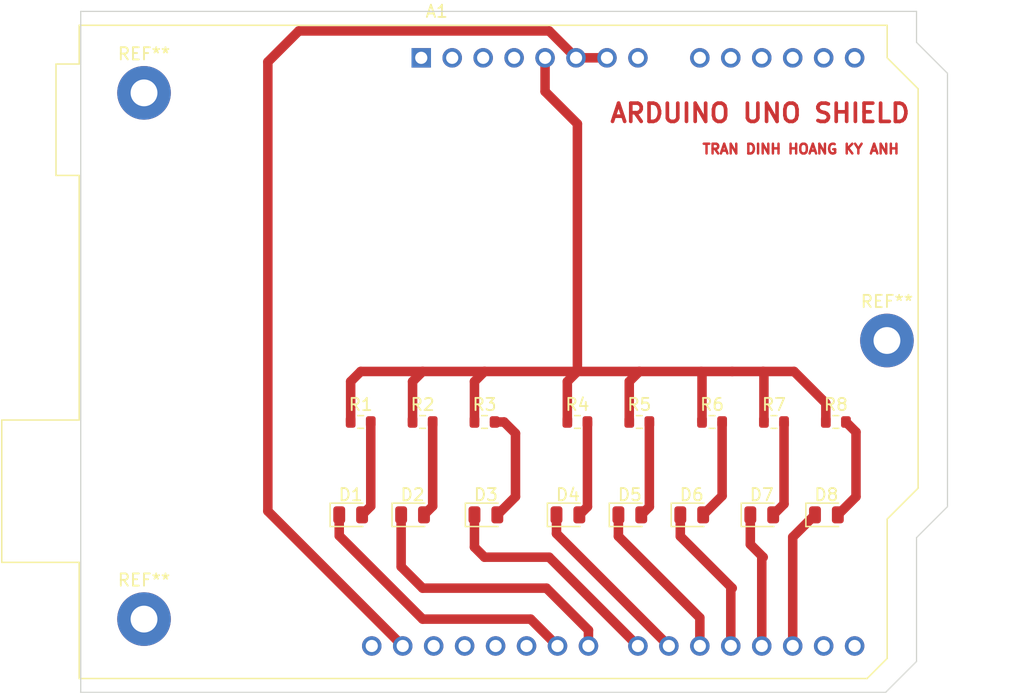
<source format=kicad_pcb>
(kicad_pcb (version 20221018) (generator pcbnew)
  (layers (0 "F.Cu" signal) (31 "B.Cu" signal) (34 "B.Paste" user) (35 "F.Paste" user) (36 "B.SilkS" user "B.Silkscreen") (37 "F.SilkS" user "F.Silkscreen") (38 "B.Mask" user) (39 "F.Mask" user) (44 "Edge.Cuts" user))
  (net 0 "")
  (net 5 "Net-(A1-+5V)")
  (net 6 "GND")
  (net 16 "Net-(A1-D2)")
  (net 17 "Net-(A1-D3)")
  (net 18 "Net-(A1-D4)")
  (net 19 "Net-(A1-D5)")
  (net 20 "Net-(A1-D6)")
  (net 21 "Net-(A1-D7)")
  (net 22 "Net-(A1-D8)")
  (net 23 "Net-(A1-D9)")
  (net 29 "Net-(D1-A)")
  (net 30 "Net-(D2-A)")
  (net 31 "Net-(D3-A)")
  (net 32 "Net-(D4-A)")
  (net 33 "Net-(D5-A)")
  (net 34 "Net-(D6-A)")
  (net 35 "Net-(D7-A)")
  (net 36 "Net-(D8-A)")
  (footprint "Resistor_SMD:R_0603_1608Metric" (layer "F.Cu") (at 172.8325 84.49)
    (fp_text reference "R5" (at 0 -1.43) (layer "F.SilkS"))
    (fp_text value "247")
    (fp_line (start -0.237258 -0.5225) (end 0.237258 -0.5225) (stroke (width 0.12)) (layer "F.SilkS"))
    (fp_line (start -0.237258 0.5225) (end 0.237258 0.5225) (stroke (width 0.12)) (layer "F.SilkS"))
    (pad "1" smd roundrect (at -0.825 0) (size 0.8 0.95) (layers "F.Cu" "F.Paste" "F.Mask") (net 5 "Net-(A1-+5V)"))
    (pad "2" smd roundrect (at 0.825 0) (size 0.8 0.95) (layers "F.Cu" "F.Paste" "F.Mask") (net 33 "Net-(D5-A)"))
  )
  (footprint "LED_SMD:LED_0805_2012Metric" (layer "F.Cu") (at 177.135 92.11)
    (fp_text reference "D6" (at 0 -1.65) (layer "F.SilkS"))
    (fp_text value "LED")
    (fp_line (start -1.685 -0.96) (end -1.685 0.96) (stroke (width 0.12)) (layer "F.SilkS"))
    (fp_line (start -1.685 0.96) (end 1 0.96) (stroke (width 0.12)) (layer "F.SilkS"))
    (fp_line (start 1 -0.96) (end -1.685 -0.96) (stroke (width 0.12)) (layer "F.SilkS"))
    (pad "1" smd roundrect (at -0.9375 0) (size 0.975 1.4) (layers "F.Cu" "F.Paste" "F.Mask") (net 18 "Net-(A1-D4)"))
    (pad "2" smd roundrect (at 0.9375 0) (size 0.975 1.4) (layers "F.Cu" "F.Paste" "F.Mask") (net 34 "Net-(D6-A)"))
  )
  (footprint "LED_SMD:LED_0805_2012Metric" (layer "F.Cu") (at 166.975 92.11)
    (fp_text reference "D4" (at 0 -1.65) (layer "F.SilkS"))
    (fp_text value "LED")
    (fp_line (start -1.685 -0.96) (end -1.685 0.96) (stroke (width 0.12)) (layer "F.SilkS"))
    (fp_line (start -1.685 0.96) (end 1 0.96) (stroke (width 0.12)) (layer "F.SilkS"))
    (fp_line (start 1 -0.96) (end -1.685 -0.96) (stroke (width 0.12)) (layer "F.SilkS"))
    (pad "1" smd roundrect (at -0.9375 0) (size 0.975 1.4) (layers "F.Cu" "F.Paste" "F.Mask") (net 20 "Net-(A1-D6)"))
    (pad "2" smd roundrect (at 0.9375 0) (size 0.975 1.4) (layers "F.Cu" "F.Paste" "F.Mask") (net 32 "Net-(D4-A)"))
  )
  (footprint "MountingHole:MountingHole_2.2mm_M2_Pad" (layer "F.Cu") (at 193.1525 77.805)
    (fp_text reference "REF**" (at 0 -3.2) (layer "F.SilkS"))
    (fp_text value "MountingHole_2.2mm_M2_Pad")
    (pad "1" thru_hole circle (at 0 0) (size 4.4 4.4) (drill 2.2) (layers "*.Cu" "*.Mask"))
  )
  (footprint "LED_SMD:LED_0805_2012Metric" (layer "F.Cu") (at 149.1475 92.11)
    (fp_text reference "D1" (at 0 -1.65) (layer "F.SilkS"))
    (fp_text value "LED")
    (fp_line (start -1.685 -0.96) (end -1.685 0.96) (stroke (width 0.12)) (layer "F.SilkS"))
    (fp_line (start -1.685 0.96) (end 1 0.96) (stroke (width 0.12)) (layer "F.SilkS"))
    (fp_line (start 1 -0.96) (end -1.685 -0.96) (stroke (width 0.12)) (layer "F.SilkS"))
    (pad "1" smd roundrect (at -0.9375 0) (size 0.975 1.4) (layers "F.Cu" "F.Paste" "F.Mask") (net 23 "Net-(A1-D9)"))
    (pad "2" smd roundrect (at 0.9375 0) (size 0.975 1.4) (layers "F.Cu" "F.Paste" "F.Mask") (net 29 "Net-(D1-A)"))
  )
  (footprint "Resistor_SMD:R_0603_1608Metric" (layer "F.Cu") (at 183.8825 84.49)
    (fp_text reference "R7" (at 0 -1.43) (layer "F.SilkS"))
    (fp_text value "247")
    (fp_line (start -0.237258 -0.5225) (end 0.237258 -0.5225) (stroke (width 0.12)) (layer "F.SilkS"))
    (fp_line (start -0.237258 0.5225) (end 0.237258 0.5225) (stroke (width 0.12)) (layer "F.SilkS"))
    (pad "1" smd roundrect (at -0.825 0) (size 0.8 0.95) (layers "F.Cu" "F.Paste" "F.Mask") (net 5 "Net-(A1-+5V)"))
    (pad "2" smd roundrect (at 0.825 0) (size 0.8 0.95) (layers "F.Cu" "F.Paste" "F.Mask") (net 35 "Net-(D7-A)"))
  )
  (footprint "Module:Arduino_UNO_R2" (layer "F.Cu") (at 154.94 54.61)
    (fp_text reference "A1" (at 1.27 -3.81 180) (layer "F.SilkS"))
    (fp_text value "Arduino_UNO_R2")
    (fp_line (start -34.42 29.72) (end -34.42 41.4) (stroke (width 0.12)) (layer "F.SilkS"))
    (fp_line (start -34.42 41.4) (end -28.07 41.4) (stroke (width 0.12)) (layer "F.SilkS"))
    (fp_line (start -29.97 0.51) (end -29.97 9.65) (stroke (width 0.12)) (layer "F.SilkS"))
    (fp_line (start -29.97 9.65) (end -28.07 9.65) (stroke (width 0.12)) (layer "F.SilkS"))
    (fp_line (start -28.07 -2.67) (end -28.07 0.51) (stroke (width 0.12)) (layer "F.SilkS"))
    (fp_line (start -28.07 0.51) (end -29.97 0.51) (stroke (width 0.12)) (layer "F.SilkS"))
    (fp_line (start -28.07 9.65) (end -28.07 29.72) (stroke (width 0.12)) (layer "F.SilkS"))
    (fp_line (start -28.07 29.72) (end -34.42 29.72) (stroke (width 0.12)) (layer "F.SilkS"))
    (fp_line (start -28.07 41.4) (end -28.07 50.93) (stroke (width 0.12)) (layer "F.SilkS"))
    (fp_line (start -28.07 50.93) (end 36.58 50.93) (stroke (width 0.12)) (layer "F.SilkS"))
    (fp_line (start 36.58 50.93) (end 38.23 49.28) (stroke (width 0.12)) (layer "F.SilkS"))
    (fp_line (start 38.23 -2.67) (end -28.07 -2.67) (stroke (width 0.12)) (layer "F.SilkS"))
    (fp_line (start 38.23 0) (end 38.23 -2.67) (stroke (width 0.12)) (layer "F.SilkS"))
    (fp_line (start 38.23 37.85) (end 40.77 35.31) (stroke (width 0.12)) (layer "F.SilkS"))
    (fp_line (start 38.23 49.28) (end 38.23 37.85) (stroke (width 0.12)) (layer "F.SilkS"))
    (fp_line (start 40.77 2.54) (end 38.23 0) (stroke (width 0.12)) (layer "F.SilkS"))
    (fp_line (start 40.77 35.31) (end 40.77 2.54) (stroke (width 0.12)) (layer "F.SilkS"))
    (pad "1" thru_hole rect (at 0 0 90) (size 1.6 1.6) (drill 1) (layers "*.Cu" "*.Mask"))
    (pad "2" thru_hole oval (at 2.54 0 90) (size 1.6 1.6) (drill 1) (layers "*.Cu" "*.Mask"))
    (pad "3" thru_hole oval (at 5.08 0 90) (size 1.6 1.6) (drill 1) (layers "*.Cu" "*.Mask"))
    (pad "4" thru_hole oval (at 7.62 0 90) (size 1.6 1.6) (drill 1) (layers "*.Cu" "*.Mask"))
    (pad "5" thru_hole oval (at 10.16 0 90) (size 1.6 1.6) (drill 1) (layers "*.Cu" "*.Mask") (net 5 "Net-(A1-+5V)"))
    (pad "6" thru_hole oval (at 12.7 0 90) (size 1.6 1.6) (drill 1) (layers "*.Cu" "*.Mask") (net 6 "GND"))
    (pad "7" thru_hole oval (at 15.24 0 90) (size 1.6 1.6) (drill 1) (layers "*.Cu" "*.Mask") (net 6 "GND"))
    (pad "8" thru_hole oval (at 17.78 0 90) (size 1.6 1.6) (drill 1) (layers "*.Cu" "*.Mask"))
    (pad "9" thru_hole oval (at 22.86 0 90) (size 1.6 1.6) (drill 1) (layers "*.Cu" "*.Mask"))
    (pad "10" thru_hole oval (at 25.4 0 90) (size 1.6 1.6) (drill 1) (layers "*.Cu" "*.Mask"))
    (pad "11" thru_hole oval (at 27.94 0 90) (size 1.6 1.6) (drill 1) (layers "*.Cu" "*.Mask"))
    (pad "12" thru_hole oval (at 30.48 0 90) (size 1.6 1.6) (drill 1) (layers "*.Cu" "*.Mask"))
    (pad "13" thru_hole oval (at 33.02 0 90) (size 1.6 1.6) (drill 1) (layers "*.Cu" "*.Mask"))
    (pad "14" thru_hole oval (at 35.56 0 90) (size 1.6 1.6) (drill 1) (layers "*.Cu" "*.Mask"))
    (pad "15" thru_hole oval (at 35.56 48.26 90) (size 1.6 1.6) (drill 1) (layers "*.Cu" "*.Mask"))
    (pad "16" thru_hole oval (at 33.02 48.26 90) (size 1.6 1.6) (drill 1) (layers "*.Cu" "*.Mask"))
    (pad "17" thru_hole oval (at 30.48 48.26 90) (size 1.6 1.6) (drill 1) (layers "*.Cu" "*.Mask") (net 16 "Net-(A1-D2)"))
    (pad "18" thru_hole oval (at 27.94 48.26 90) (size 1.6 1.6) (drill 1) (layers "*.Cu" "*.Mask") (net 17 "Net-(A1-D3)"))
    (pad "19" thru_hole oval (at 25.4 48.26 90) (size 1.6 1.6) (drill 1) (layers "*.Cu" "*.Mask") (net 18 "Net-(A1-D4)"))
    (pad "20" thru_hole oval (at 22.86 48.26 90) (size 1.6 1.6) (drill 1) (layers "*.Cu" "*.Mask") (net 19 "Net-(A1-D5)"))
    (pad "21" thru_hole oval (at 20.32 48.26 90) (size 1.6 1.6) (drill 1) (layers "*.Cu" "*.Mask") (net 20 "Net-(A1-D6)"))
    (pad "22" thru_hole oval (at 17.78 48.26 90) (size 1.6 1.6) (drill 1) (layers "*.Cu" "*.Mask") (net 21 "Net-(A1-D7)"))
    (pad "23" thru_hole oval (at 13.72 48.26 90) (size 1.6 1.6) (drill 1) (layers "*.Cu" "*.Mask") (net 22 "Net-(A1-D8)"))
    (pad "24" thru_hole oval (at 11.18 48.26 90) (size 1.6 1.6) (drill 1) (layers "*.Cu" "*.Mask") (net 23 "Net-(A1-D9)"))
    (pad "25" thru_hole oval (at 8.64 48.26 90) (size 1.6 1.6) (drill 1) (layers "*.Cu" "*.Mask"))
    (pad "26" thru_hole oval (at 6.1 48.26 90) (size 1.6 1.6) (drill 1) (layers "*.Cu" "*.Mask"))
    (pad "27" thru_hole oval (at 3.56 48.26 90) (size 1.6 1.6) (drill 1) (layers "*.Cu" "*.Mask"))
    (pad "28" thru_hole oval (at 1.02 48.26 90) (size 1.6 1.6) (drill 1) (layers "*.Cu" "*.Mask"))
    (pad "29" thru_hole oval (at -1.52 48.26 90) (size 1.6 1.6) (drill 1) (layers "*.Cu" "*.Mask") (net 6 "GND"))
    (pad "30" thru_hole oval (at -4.06 48.26 90) (size 1.6 1.6) (drill 1) (layers "*.Cu" "*.Mask"))
  )
  (footprint "LED_SMD:LED_0805_2012Metric" (layer "F.Cu") (at 154.2275 92.11)
    (fp_text reference "D2" (at 0 -1.65) (layer "F.SilkS"))
    (fp_text value "LED")
    (fp_line (start -1.685 -0.96) (end -1.685 0.96) (stroke (width 0.12)) (layer "F.SilkS"))
    (fp_line (start -1.685 0.96) (end 1 0.96) (stroke (width 0.12)) (layer "F.SilkS"))
    (fp_line (start 1 -0.96) (end -1.685 -0.96) (stroke (width 0.12)) (layer "F.SilkS"))
    (pad "1" smd roundrect (at -0.9375 0) (size 0.975 1.4) (layers "F.Cu" "F.Paste" "F.Mask") (net 22 "Net-(A1-D8)"))
    (pad "2" smd roundrect (at 0.9375 0) (size 0.975 1.4) (layers "F.Cu" "F.Paste" "F.Mask") (net 30 "Net-(D2-A)"))
  )
  (footprint "LED_SMD:LED_0805_2012Metric" (layer "F.Cu") (at 188.185 92.11)
    (fp_text reference "D8" (at 0 -1.65) (layer "F.SilkS"))
    (fp_text value "LED")
    (fp_line (start -1.685 -0.96) (end -1.685 0.96) (stroke (width 0.12)) (layer "F.SilkS"))
    (fp_line (start -1.685 0.96) (end 1 0.96) (stroke (width 0.12)) (layer "F.SilkS"))
    (fp_line (start 1 -0.96) (end -1.685 -0.96) (stroke (width 0.12)) (layer "F.SilkS"))
    (pad "1" smd roundrect (at -0.9375 0) (size 0.975 1.4) (layers "F.Cu" "F.Paste" "F.Mask") (net 16 "Net-(A1-D2)"))
    (pad "2" smd roundrect (at 0.9375 0) (size 0.975 1.4) (layers "F.Cu" "F.Paste" "F.Mask") (net 36 "Net-(D8-A)"))
  )
  (footprint "Resistor_SMD:R_0603_1608Metric" (layer "F.Cu") (at 178.8025 84.49)
    (fp_text reference "R6" (at 0 -1.43) (layer "F.SilkS"))
    (fp_text value "247")
    (fp_line (start -0.237258 -0.5225) (end 0.237258 -0.5225) (stroke (width 0.12)) (layer "F.SilkS"))
    (fp_line (start -0.237258 0.5225) (end 0.237258 0.5225) (stroke (width 0.12)) (layer "F.SilkS"))
    (pad "1" smd roundrect (at -0.825 0) (size 0.8 0.95) (layers "F.Cu" "F.Paste" "F.Mask") (net 5 "Net-(A1-+5V)"))
    (pad "2" smd roundrect (at 0.825 0) (size 0.8 0.95) (layers "F.Cu" "F.Paste" "F.Mask") (net 34 "Net-(D6-A)"))
  )
  (footprint "MountingHole:MountingHole_2.2mm_M2_Pad" (layer "F.Cu") (at 132.1925 57.485)
    (fp_text reference "REF**" (at 0 -3.2) (layer "F.SilkS"))
    (fp_text value "MountingHole_2.2mm_M2_Pad")
    (pad "1" thru_hole circle (at 0 0) (size 4.4 4.4) (drill 2.2) (layers "*.Cu" "*.Mask"))
  )
  (footprint "Resistor_SMD:R_0603_1608Metric" (layer "F.Cu") (at 167.7525 84.49)
    (fp_text reference "R4" (at 0 -1.43) (layer "F.SilkS"))
    (fp_text value "247")
    (fp_line (start -0.237258 -0.5225) (end 0.237258 -0.5225) (stroke (width 0.12)) (layer "F.SilkS"))
    (fp_line (start -0.237258 0.5225) (end 0.237258 0.5225) (stroke (width 0.12)) (layer "F.SilkS"))
    (pad "1" smd roundrect (at -0.825 0) (size 0.8 0.95) (layers "F.Cu" "F.Paste" "F.Mask") (net 5 "Net-(A1-+5V)"))
    (pad "2" smd roundrect (at 0.825 0) (size 0.8 0.95) (layers "F.Cu" "F.Paste" "F.Mask") (net 32 "Net-(D4-A)"))
  )
  (footprint "Resistor_SMD:R_0603_1608Metric" (layer "F.Cu") (at 188.9625 84.49)
    (fp_text reference "R8" (at 0 -1.43) (layer "F.SilkS"))
    (fp_text value "247")
    (fp_line (start -0.237258 -0.5225) (end 0.237258 -0.5225) (stroke (width 0.12)) (layer "F.SilkS"))
    (fp_line (start -0.237258 0.5225) (end 0.237258 0.5225) (stroke (width 0.12)) (layer "F.SilkS"))
    (pad "1" smd roundrect (at -0.825 0) (size 0.8 0.95) (layers "F.Cu" "F.Paste" "F.Mask") (net 5 "Net-(A1-+5V)"))
    (pad "2" smd roundrect (at 0.825 0) (size 0.8 0.95) (layers "F.Cu" "F.Paste" "F.Mask") (net 36 "Net-(D8-A)"))
  )
  (footprint "LED_SMD:LED_0805_2012Metric" (layer "F.Cu") (at 160.245 92.11)
    (fp_text reference "D3" (at 0 -1.65) (layer "F.SilkS"))
    (fp_text value "LED")
    (fp_line (start -1.685 -0.96) (end -1.685 0.96) (stroke (width 0.12)) (layer "F.SilkS"))
    (fp_line (start -1.685 0.96) (end 1 0.96) (stroke (width 0.12)) (layer "F.SilkS"))
    (fp_line (start 1 -0.96) (end -1.685 -0.96) (stroke (width 0.12)) (layer "F.SilkS"))
    (pad "1" smd roundrect (at -0.9375 0) (size 0.975 1.4) (layers "F.Cu" "F.Paste" "F.Mask") (net 21 "Net-(A1-D7)"))
    (pad "2" smd roundrect (at 0.9375 0) (size 0.975 1.4) (layers "F.Cu" "F.Paste" "F.Mask") (net 31 "Net-(D3-A)"))
  )
  (footprint "Resistor_SMD:R_0603_1608Metric" (layer "F.Cu") (at 155.0525 84.49)
    (fp_text reference "R2" (at 0 -1.43) (layer "F.SilkS"))
    (fp_text value "247")
    (fp_line (start -0.237258 -0.5225) (end 0.237258 -0.5225) (stroke (width 0.12)) (layer "F.SilkS"))
    (fp_line (start -0.237258 0.5225) (end 0.237258 0.5225) (stroke (width 0.12)) (layer "F.SilkS"))
    (pad "1" smd roundrect (at -0.825 0) (size 0.8 0.95) (layers "F.Cu" "F.Paste" "F.Mask") (net 5 "Net-(A1-+5V)"))
    (pad "2" smd roundrect (at 0.825 0) (size 0.8 0.95) (layers "F.Cu" "F.Paste" "F.Mask") (net 30 "Net-(D2-A)"))
  )
  (footprint "Resistor_SMD:R_0603_1608Metric" (layer "F.Cu") (at 149.9725 84.49)
    (fp_text reference "R1" (at 0 -1.43) (layer "F.SilkS"))
    (fp_text value "247")
    (fp_line (start -0.237258 -0.5225) (end 0.237258 -0.5225) (stroke (width 0.12)) (layer "F.SilkS"))
    (fp_line (start -0.237258 0.5225) (end 0.237258 0.5225) (stroke (width 0.12)) (layer "F.SilkS"))
    (pad "1" smd roundrect (at -0.825 0) (size 0.8 0.95) (layers "F.Cu" "F.Paste" "F.Mask") (net 5 "Net-(A1-+5V)"))
    (pad "2" smd roundrect (at 0.825 0) (size 0.8 0.95) (layers "F.Cu" "F.Paste" "F.Mask") (net 29 "Net-(D1-A)"))
  )
  (footprint "MountingHole:MountingHole_2.2mm_M2_Pad" (layer "F.Cu") (at 132.1925 100.665)
    (fp_text reference "REF**" (at 0 -3.2) (layer "F.SilkS"))
    (fp_text value "MountingHole_2.2mm_M2_Pad")
    (pad "1" thru_hole circle (at 0 0) (size 4.4 4.4) (drill 2.2) (layers "*.Cu" "*.Mask"))
  )
  (footprint "LED_SMD:LED_0805_2012Metric" (layer "F.Cu") (at 182.88 92.11)
    (fp_text reference "D7" (at 0 -1.65) (layer "F.SilkS"))
    (fp_text value "LED")
    (fp_line (start -1.685 -0.96) (end -1.685 0.96) (stroke (width 0.12)) (layer "F.SilkS"))
    (fp_line (start -1.685 0.96) (end 1 0.96) (stroke (width 0.12)) (layer "F.SilkS"))
    (fp_line (start 1 -0.96) (end -1.685 -0.96) (stroke (width 0.12)) (layer "F.SilkS"))
    (pad "1" smd roundrect (at -0.9375 0) (size 0.975 1.4) (layers "F.Cu" "F.Paste" "F.Mask") (net 17 "Net-(A1-D3)"))
    (pad "2" smd roundrect (at 0.9375 0) (size 0.975 1.4) (layers "F.Cu" "F.Paste" "F.Mask") (net 35 "Net-(D7-A)"))
  )
  (footprint "LED_SMD:LED_0805_2012Metric" (layer "F.Cu") (at 172.055 92.11)
    (fp_text reference "D5" (at 0 -1.65) (layer "F.SilkS"))
    (fp_text value "LED")
    (fp_line (start -1.685 -0.96) (end -1.685 0.96) (stroke (width 0.12)) (layer "F.SilkS"))
    (fp_line (start -1.685 0.96) (end 1 0.96) (stroke (width 0.12)) (layer "F.SilkS"))
    (fp_line (start 1 -0.96) (end -1.685 -0.96) (stroke (width 0.12)) (layer "F.SilkS"))
    (pad "1" smd roundrect (at -0.9375 0) (size 0.975 1.4) (layers "F.Cu" "F.Paste" "F.Mask") (net 19 "Net-(A1-D5)"))
    (pad "2" smd roundrect (at 0.9375 0) (size 0.975 1.4) (layers "F.Cu" "F.Paste" "F.Mask") (net 33 "Net-(D5-A)"))
  )
  (footprint "Resistor_SMD:R_0603_1608Metric" (layer "F.Cu") (at 160.1325 84.49)
    (fp_text reference "R3" (at 0 -1.43) (layer "F.SilkS"))
    (fp_text value "247")
    (fp_line (start -0.237258 -0.5225) (end 0.237258 -0.5225) (stroke (width 0.12)) (layer "F.SilkS"))
    (fp_line (start -0.237258 0.5225) (end 0.237258 0.5225) (stroke (width 0.12)) (layer "F.SilkS"))
    (pad "1" smd roundrect (at -0.825 0) (size 0.8 0.95) (layers "F.Cu" "F.Paste" "F.Mask") (net 5 "Net-(A1-+5V)"))
    (pad "2" smd roundrect (at 0.825 0) (size 0.8 0.95) (layers "F.Cu" "F.Paste" "F.Mask") (net 31 "Net-(D3-A)"))
  )
  (gr_line (start 127 106.68) (end 127 50.8) (stroke (width 0.1)) (layer "Edge.Cuts"))
  (gr_line (start 195.58 104.14) (end 193.04 106.68) (stroke (width 0.1)) (layer "Edge.Cuts"))
  (gr_line (start 127 50.8) (end 195.58 50.8) (stroke (width 0.1)) (layer "Edge.Cuts"))
  (gr_line (start 195.58 50.8) (end 195.58 53.34) (stroke (width 0.1)) (layer "Edge.Cuts"))
  (gr_line (start 198.12 55.88) (end 198.12 91.44) (stroke (width 0.1)) (layer "Edge.Cuts"))
  (gr_line (start 195.58 53.34) (end 198.12 55.88) (stroke (width 0.1)) (layer "Edge.Cuts"))
  (gr_line (start 193.04 106.68) (end 127 106.68) (stroke (width 0.1)) (layer "Edge.Cuts"))
  (gr_line (start 198.12 91.44) (end 195.58 93.98) (stroke (width 0.1)) (layer "Edge.Cuts"))
  (gr_line (start 195.58 93.98) (end 195.58 104.14) (stroke (width 0.1)) (layer "Edge.Cuts"))
  (gr_text "TRAN DINH HOANG KY ANH" (at 177.9125 62.565) (layer "F.Cu") (effects (font (size 0.8 0.8) (thickness 0.2) bold) (justify left bottom)))
  (gr_text "ARDUINO UNO SHIELD" (at 170.2925 60.025) (layer "F.Cu") (effects (font (size 1.5 1.5) (thickness 0.3) bold) (justify left bottom)))
  (segment (start 165.1 57.3725) (end 165.1 54.61) (width 0.78) (layer "F.Cu") (net 5))
  (segment (start 149.1475 81.17) (end 149.9725 80.345) (width 0.78) (layer "F.Cu") (net 5))
  (segment (start 182.9925 80.345) (end 185.5325 80.345) (width 0.78) (layer "F.Cu") (net 5))
  (segment (start 159.3075 81.17) (end 160.1325 80.345) (width 0.78) (layer "F.Cu") (net 5))
  (segment (start 172.0075 81.17) (end 172.8325 80.345) (width 0.78) (layer "F.Cu") (net 5))
  (segment (start 149.9725 80.345) (end 155.0525 80.345) (width 0.78) (layer "F.Cu") (net 5))
  (segment (start 185.5325 80.345) (end 188.1375 82.95) (width 0.78) (layer "F.Cu") (net 5))
  (segment (start 177.9775 80.41) (end 177.9125 80.345) (width 0.78) (layer "F.Cu") (net 5))
  (segment (start 160.1325 80.345) (end 167.7525 80.345) (width 0.78) (layer "F.Cu") (net 5))
  (segment (start 166.9275 84.49) (end 166.9275 81.17) (width 0.78) (layer "F.Cu") (net 5))
  (segment (start 188.1375 82.95) (end 188.1375 84.49) (width 0.78) (layer "F.Cu") (net 5))
  (segment (start 167.7525 80.345) (end 167.7525 60.025) (width 0.78) (layer "F.Cu") (net 5))
  (segment (start 172.0075 84.49) (end 172.0075 81.17) (width 0.78) (layer "F.Cu") (net 5))
  (segment (start 183.0575 80.41) (end 182.9925 80.345) (width 0.78) (layer "F.Cu") (net 5))
  (segment (start 155.0525 80.345) (end 160.1325 80.345) (width 0.78) (layer "F.Cu") (net 5))
  (segment (start 154.2275 81.17) (end 155.0525 80.345) (width 0.78) (layer "F.Cu") (net 5))
  (segment (start 183.0575 84.49) (end 183.0575 80.41) (width 0.78) (layer "F.Cu") (net 5))
  (segment (start 166.9275 81.17) (end 167.7525 80.345) (width 0.78) (layer "F.Cu") (net 5))
  (segment (start 167.7525 60.025) (end 165.1 57.3725) (width 0.78) (layer "F.Cu") (net 5))
  (segment (start 180.4525 80.345) (end 182.9925 80.345) (width 0.78) (layer "F.Cu") (net 5))
  (segment (start 177.9775 84.49) (end 177.9775 80.41) (width 0.78) (layer "F.Cu") (net 5))
  (segment (start 154.2275 84.49) (end 154.2275 81.17) (width 0.78) (layer "F.Cu") (net 5))
  (segment (start 159.3075 84.49) (end 159.3075 81.17) (width 0.78) (layer "F.Cu") (net 5))
  (segment (start 149.1475 84.49) (end 149.1475 81.17) (width 0.78) (layer "F.Cu") (net 5))
  (segment (start 167.7525 80.345) (end 172.8325 80.345) (width 0.78) (layer "F.Cu") (net 5))
  (segment (start 172.8325 80.345) (end 180.4525 80.345) (width 0.78) (layer "F.Cu") (net 5))
  (segment (start 153.42 102.87) (end 142.3525 91.8025) (width 0.78) (layer "F.Cu") (net 6))
  (segment (start 142.3525 91.8025) (end 142.3525 54.945) (width 0.78) (layer "F.Cu") (net 6))
  (segment (start 144.8925 52.405) (end 165.435 52.405) (width 0.78) (layer "F.Cu") (net 6))
  (segment (start 142.3525 54.945) (end 144.8925 52.405) (width 0.78) (layer "F.Cu") (net 6))
  (segment (start 167.64 54.61) (end 170.18 54.61) (width 0.78) (layer "F.Cu") (net 6))
  (segment (start 165.435 52.405) (end 167.64 54.61) (width 0.78) (layer "F.Cu") (net 6))
  (segment (start 185.42 93.9375) (end 187.2475 92.11) (width 0.78) (layer "F.Cu") (net 16))
  (segment (start 185.42 102.87) (end 185.42 93.9375) (width 0.78) (layer "F.Cu") (net 16))
  (segment (start 182.88 102.87) (end 182.88 95.6975) (width 0.78) (layer "F.Cu") (net 17))
  (segment (start 182.88 95.6975) (end 182.9925 95.585) (width 0.78) (layer "F.Cu") (net 17))
  (segment (start 182.9925 95.585) (end 181.9425 94.535) (width 0.78) (layer "F.Cu") (net 17))
  (segment (start 181.9425 94.535) (end 181.9425 92.11) (width 0.78) (layer "F.Cu") (net 17))
  (segment (start 180.34 102.87) (end 180.34 98.2375) (width 0.78) (layer "F.Cu") (net 18))
  (segment (start 180.4525 98.125) (end 176.1975 93.87) (width 0.78) (layer "F.Cu") (net 18))
  (segment (start 180.34 98.2375) (end 180.4525 98.125) (width 0.78) (layer "F.Cu") (net 18))
  (segment (start 176.1975 93.87) (end 176.1975 92.11) (width 0.78) (layer "F.Cu") (net 18))
  (segment (start 177.8 100.5525) (end 171.1175 93.87) (width 0.78) (layer "F.Cu") (net 19))
  (segment (start 171.1175 93.87) (end 171.1175 92.11) (width 0.78) (layer "F.Cu") (net 19))
  (segment (start 177.8 102.87) (end 177.8 100.5525) (width 0.78) (layer "F.Cu") (net 19))
  (segment (start 166.0375 93.6475) (end 166.0375 92.11) (width 0.78) (layer "F.Cu") (net 20))
  (segment (start 175.26 102.87) (end 166.0375 93.6475) (width 0.78) (layer "F.Cu") (net 20))
  (segment (start 165.435 95.585) (end 160.1325 95.585) (width 0.78) (layer "F.Cu") (net 21))
  (segment (start 160.1325 95.585) (end 159.3075 94.76) (width 0.78) (layer "F.Cu") (net 21))
  (segment (start 172.72 102.87) (end 165.435 95.585) (width 0.78) (layer "F.Cu") (net 21))
  (segment (start 159.3075 94.76) (end 159.3075 92.11) (width 0.78) (layer "F.Cu") (net 21))
  (segment (start 153.29 96.3625) (end 153.29 92.11) (width 0.78) (layer "F.Cu") (net 22))
  (segment (start 168.66 102.87) (end 168.66 101.5725) (width 0.78) (layer "F.Cu") (net 22))
  (segment (start 165.2125 98.125) (end 155.0525 98.125) (width 0.78) (layer "F.Cu") (net 22))
  (segment (start 155.0525 98.125) (end 153.29 96.3625) (width 0.78) (layer "F.Cu") (net 22))
  (segment (start 168.66 101.5725) (end 165.2125 98.125) (width 0.78) (layer "F.Cu") (net 22))
  (segment (start 148.21 93.8225) (end 148.21 92.11) (width 0.78) (layer "F.Cu") (net 23))
  (segment (start 155.0525 100.665) (end 148.21 93.8225) (width 0.78) (layer "F.Cu") (net 23))
  (segment (start 163.915 100.665) (end 155.0525 100.665) (width 0.78) (layer "F.Cu") (net 23))
  (segment (start 166.12 102.87) (end 163.915 100.665) (width 0.78) (layer "F.Cu") (net 23))
  (segment (start 150.7975 91.3975) (end 150.085 92.11) (width 0.78) (layer "F.Cu") (net 29))
  (segment (start 150.7975 84.49) (end 150.7975 91.3975) (width 0.78) (layer "F.Cu") (net 29))
  (segment (start 155.8775 91.3975) (end 155.165 92.11) (width 0.78) (layer "F.Cu") (net 30))
  (segment (start 155.8775 84.49) (end 155.8775 91.3975) (width 0.78) (layer "F.Cu") (net 30))
  (segment (start 161.7375 84.49) (end 162.6725 85.425) (width 0.78) (layer "F.Cu") (net 31))
  (segment (start 162.6725 85.425) (end 162.6725 90.62) (width 0.78) (layer "F.Cu") (net 31))
  (segment (start 162.6725 90.62) (end 161.1825 92.11) (width 0.78) (layer "F.Cu") (net 31))
  (segment (start 160.9575 84.49) (end 161.7375 84.49) (width 0.78) (layer "F.Cu") (net 31))
  (segment (start 168.5775 91.445) (end 167.9125 92.11) (width 0.78) (layer "F.Cu") (net 32))
  (segment (start 168.5775 84.49) (end 168.5775 91.445) (width 0.78) (layer "F.Cu") (net 32))
  (segment (start 173.6575 91.445) (end 172.9925 92.11) (width 0.78) (layer "F.Cu") (net 33))
  (segment (start 173.6575 84.49) (end 173.6575 91.445) (width 0.78) (layer "F.Cu") (net 33))
  (segment (start 179.6275 90.555) (end 178.0725 92.11) (width 0.78) (layer "F.Cu") (net 34))
  (segment (start 179.6275 84.49) (end 179.6275 90.555) (width 0.78) (layer "F.Cu") (net 34))
  (segment (start 184.7075 91.22) (end 183.8175 92.11) (width 0.78) (layer "F.Cu") (net 35))
  (segment (start 184.7075 84.49) (end 184.7075 91.22) (width 0.78) (layer "F.Cu") (net 35))
  (segment (start 189.1225 92.11) (end 190.6125 90.62) (width 0.78) (layer "F.Cu") (net 36))
  (segment (start 190.6125 85.315) (end 189.7875 84.49) (width 0.78) (layer "F.Cu") (net 36))
  (segment (start 190.6125 90.62) (end 190.6125 85.315) (width 0.78) (layer "F.Cu") (net 36))
)
</source>
